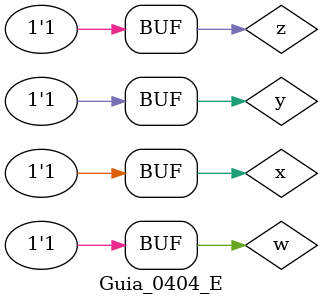
<source format=v>
/**
 * @file Guia_0404_E.v
 * @author 784778 - Wallace Freitas Oliveira (https://github.com/Olivwallace)
 * @brief Guia 04 Exercicio 04 - Arquitetura de Computadores I (PUC-Minas 1°/2023)
 * @date 03-03-2023
 */

`timescale 1ps/1ps
 `include "Guia_0404.v"

 module Guia_0404_E;
 reg x, y, w, z;
    wire s1;

    //Instanciamento
    Questao_E E (s1, x, y, w, z);

    //Inicializacao de Valores
    initial begin
        x = 1'b0; y = 1'b0; w = 1'b0; z = 1'b0;
    end

    //Principal
    initial begin : main
        
        
        $display("Teste Guia_0404 - Expressao Booleana - E");
        
        //Questao E;
        $display("\ne) F (X,Y,W,Z) = P(M) ( 0, 1, 2, 3, 7, 11, 15 )\n");
        
        //Monitoramento
        $display("|  x  y  w  z |  S  |");
        $monitor("| %2b %2b %2b %2b | %2b  |", x, y, w, z, s1);

        //Sinalizacao
        #1 x=0; y=0; w=0; z=0; //0
        #1 x=0; y=0; w=0; z=1; //1
        #1 x=0; y=0; w=1; z=0; //2
        #1 x=0; y=0; w=1; z=1; //3
        #1 x=0; y=1; w=0; z=0; //4
        #1 x=0; y=1; w=0; z=1; //5
        #1 x=0; y=1; w=1; z=0; //6
        #1 x=0; y=1; w=1; z=1; //7
        #1 x=1; y=0; w=0; z=0; //8
        #1 x=1; y=0; w=0; z=1; //9
        #1 x=1; y=0; w=1; z=0; //A
        #1 x=1; y=0; w=1; z=1; //B
        #1 x=1; y=1; w=0; z=0; //C
        #1 x=1; y=1; w=0; z=1; //D
        #1 x=1; y=1; w=1; z=0; //E
        #1 x=1; y=1; w=1; z=1; //F
    end

 endmodule
</source>
